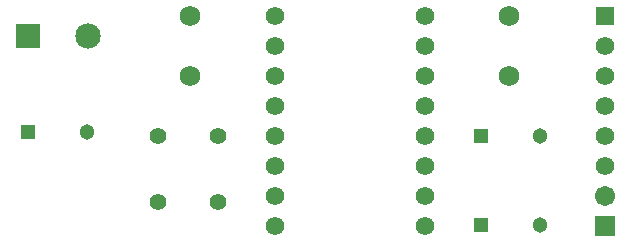
<source format=gbs>
G04 Layer_Color=16711935*
%FSLAX44Y44*%
%MOMM*%
G71*
G01*
G75*
%ADD28C,1.5748*%
%ADD29C,2.1532*%
%ADD30R,2.1532X2.1532*%
%ADD31R,1.3032X1.3032*%
%ADD32C,1.3032*%
%ADD33R,1.7032X1.7032*%
%ADD34C,1.7032*%
%ADD35R,1.5732X1.5732*%
%ADD36C,1.5732*%
%ADD37C,1.4032*%
%ADD38C,1.7272*%
D28*
X880110Y580390D02*
D03*
Y605790D02*
D03*
Y631190D02*
D03*
Y656590D02*
D03*
Y681990D02*
D03*
Y707390D02*
D03*
Y732790D02*
D03*
Y758190D02*
D03*
X1007110D02*
D03*
Y732790D02*
D03*
Y707390D02*
D03*
Y681990D02*
D03*
Y656590D02*
D03*
Y631190D02*
D03*
Y605790D02*
D03*
Y580390D02*
D03*
D29*
X721360Y741680D02*
D03*
D30*
X670560D02*
D03*
D31*
X670960Y660400D02*
D03*
X1054500Y581660D02*
D03*
Y656590D02*
D03*
D32*
X720960Y660400D02*
D03*
X1104500Y581660D02*
D03*
Y656590D02*
D03*
D33*
X1159510Y580390D02*
D03*
D34*
Y605790D02*
D03*
D35*
Y758190D02*
D03*
D36*
Y732790D02*
D03*
Y707390D02*
D03*
Y681990D02*
D03*
Y656590D02*
D03*
Y631190D02*
D03*
D37*
X831850Y656590D02*
D03*
X781050D02*
D03*
X831850Y600710D02*
D03*
X781050D02*
D03*
D38*
X1078230Y758190D02*
D03*
Y707390D02*
D03*
X807720Y758190D02*
D03*
Y707390D02*
D03*
M02*

</source>
